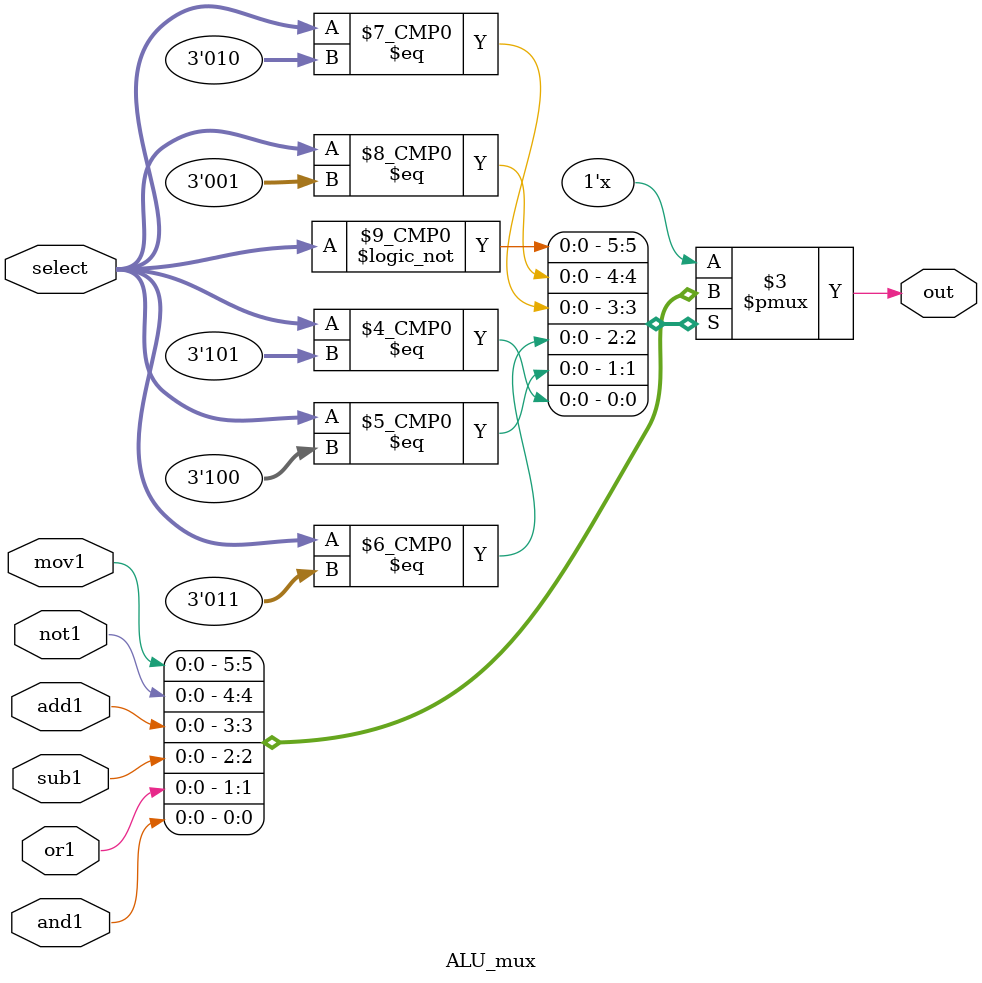
<source format=v>
`timescale 1ns / 1ns

module ALU_mux(select, out, mov1, not1,add1,sub1,or1,and1);

	input mov1, not1,add1,sub1,or1,and1; 
	input [2:0] select;
	output reg out;    
	//based on the selection bit or instruction it choses which bit to return as the answer.
	
	always@(*)
	begin
	case(select)
	3'b000: out = mov1;
	3'b001: out = not1;
	3'b010: out = add1;
	3'b011: out = sub1;
	3'b100: out = or1;
	3'b101: out = and1;
	endcase
	end
	
endmodule

</source>
